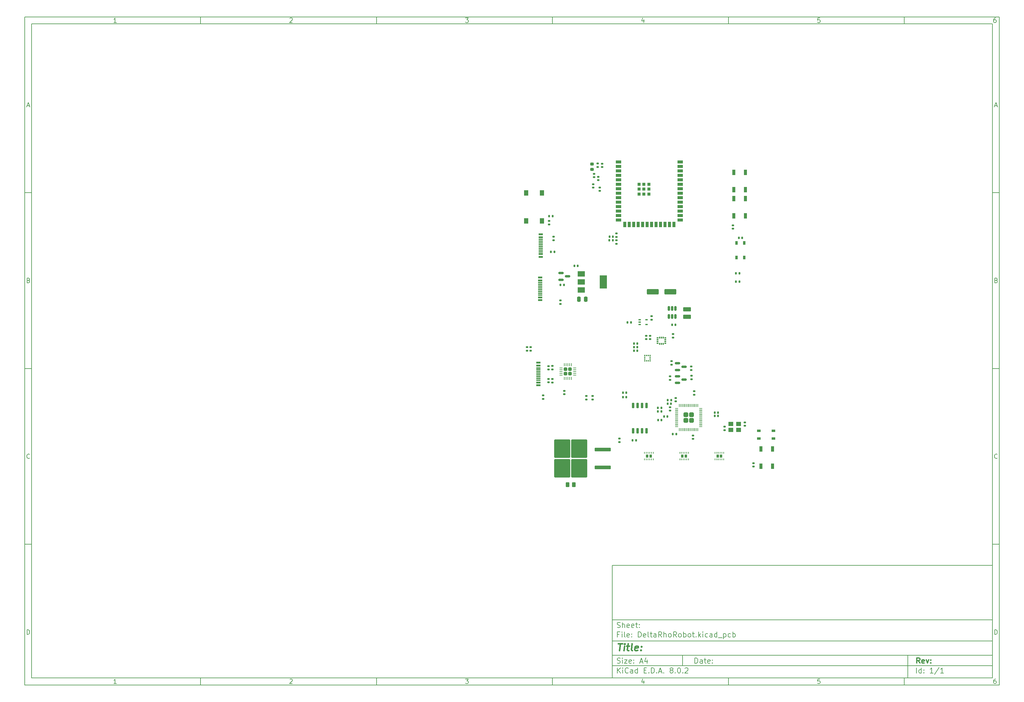
<source format=gbr>
%TF.GenerationSoftware,KiCad,Pcbnew,8.0.2-8.0.2-0~ubuntu22.04.1*%
%TF.CreationDate,2024-05-27T12:26:40-04:00*%
%TF.ProjectId,DeltaRhoRobot,44656c74-6152-4686-9f52-6f626f742e6b,rev?*%
%TF.SameCoordinates,Original*%
%TF.FileFunction,Paste,Top*%
%TF.FilePolarity,Positive*%
%FSLAX46Y46*%
G04 Gerber Fmt 4.6, Leading zero omitted, Abs format (unit mm)*
G04 Created by KiCad (PCBNEW 8.0.2-8.0.2-0~ubuntu22.04.1) date 2024-05-27 12:26:40*
%MOMM*%
%LPD*%
G01*
G04 APERTURE LIST*
G04 Aperture macros list*
%AMRoundRect*
0 Rectangle with rounded corners*
0 $1 Rounding radius*
0 $2 $3 $4 $5 $6 $7 $8 $9 X,Y pos of 4 corners*
0 Add a 4 corners polygon primitive as box body*
4,1,4,$2,$3,$4,$5,$6,$7,$8,$9,$2,$3,0*
0 Add four circle primitives for the rounded corners*
1,1,$1+$1,$2,$3*
1,1,$1+$1,$4,$5*
1,1,$1+$1,$6,$7*
1,1,$1+$1,$8,$9*
0 Add four rect primitives between the rounded corners*
20,1,$1+$1,$2,$3,$4,$5,0*
20,1,$1+$1,$4,$5,$6,$7,0*
20,1,$1+$1,$6,$7,$8,$9,0*
20,1,$1+$1,$8,$9,$2,$3,0*%
G04 Aperture macros list end*
%ADD10C,0.100000*%
%ADD11C,0.150000*%
%ADD12C,0.300000*%
%ADD13C,0.400000*%
%ADD14RoundRect,0.140000X0.140000X0.170000X-0.140000X0.170000X-0.140000X-0.170000X0.140000X-0.170000X0*%
%ADD15RoundRect,0.135000X-0.135000X-0.185000X0.135000X-0.185000X0.135000X0.185000X-0.135000X0.185000X0*%
%ADD16R,0.900000X1.500000*%
%ADD17RoundRect,0.150000X-0.587500X-0.150000X0.587500X-0.150000X0.587500X0.150000X-0.587500X0.150000X0*%
%ADD18RoundRect,0.140000X-0.170000X0.140000X-0.170000X-0.140000X0.170000X-0.140000X0.170000X0.140000X0*%
%ADD19RoundRect,0.140000X0.170000X-0.140000X0.170000X0.140000X-0.170000X0.140000X-0.170000X-0.140000X0*%
%ADD20R,0.800000X0.950000*%
%ADD21R,0.250000X0.500000*%
%ADD22R,1.300000X1.550000*%
%ADD23RoundRect,0.135000X0.185000X-0.135000X0.185000X0.135000X-0.185000X0.135000X-0.185000X-0.135000X0*%
%ADD24R,0.650000X1.050000*%
%ADD25RoundRect,0.140000X-0.140000X-0.170000X0.140000X-0.170000X0.140000X0.170000X-0.140000X0.170000X0*%
%ADD26RoundRect,0.135000X-0.185000X0.135000X-0.185000X-0.135000X0.185000X-0.135000X0.185000X0.135000X0*%
%ADD27RoundRect,0.249999X0.395001X-0.395001X0.395001X0.395001X-0.395001X0.395001X-0.395001X-0.395001X0*%
%ADD28RoundRect,0.050000X0.050000X-0.387500X0.050000X0.387500X-0.050000X0.387500X-0.050000X-0.387500X0*%
%ADD29RoundRect,0.050000X0.387500X-0.050000X0.387500X0.050000X-0.387500X0.050000X-0.387500X-0.050000X0*%
%ADD30RoundRect,0.250000X0.250000X0.475000X-0.250000X0.475000X-0.250000X-0.475000X0.250000X-0.475000X0*%
%ADD31RoundRect,0.250000X2.050000X0.300000X-2.050000X0.300000X-2.050000X-0.300000X2.050000X-0.300000X0*%
%ADD32RoundRect,0.250000X2.025000X2.375000X-2.025000X2.375000X-2.025000X-2.375000X2.025000X-2.375000X0*%
%ADD33R,1.050000X0.650000*%
%ADD34RoundRect,0.150000X0.150000X-0.650000X0.150000X0.650000X-0.150000X0.650000X-0.150000X-0.650000X0*%
%ADD35RoundRect,0.250000X0.850000X-0.375000X0.850000X0.375000X-0.850000X0.375000X-0.850000X-0.375000X0*%
%ADD36R,1.400000X1.200000*%
%ADD37RoundRect,0.135000X0.135000X0.185000X-0.135000X0.185000X-0.135000X-0.185000X0.135000X-0.185000X0*%
%ADD38R,1.500000X0.900000*%
%ADD39R,0.900000X0.900000*%
%ADD40R,2.000000X1.500000*%
%ADD41R,2.000000X3.800000*%
%ADD42RoundRect,0.250000X-0.255000X0.255000X-0.255000X-0.255000X0.255000X-0.255000X0.255000X0.255000X0*%
%ADD43RoundRect,0.062500X-0.062500X0.350000X-0.062500X-0.350000X0.062500X-0.350000X0.062500X0.350000X0*%
%ADD44RoundRect,0.062500X-0.350000X0.062500X-0.350000X-0.062500X0.350000X-0.062500X0.350000X0.062500X0*%
%ADD45RoundRect,0.150000X-0.150000X0.512500X-0.150000X-0.512500X0.150000X-0.512500X0.150000X0.512500X0*%
%ADD46R,0.375000X0.350000*%
%ADD47R,0.350000X0.375000*%
%ADD48R,1.240000X0.600000*%
%ADD49R,1.240000X0.300000*%
%ADD50RoundRect,0.250000X-0.262500X-0.450000X0.262500X-0.450000X0.262500X0.450000X-0.262500X0.450000X0*%
%ADD51R,0.533400X0.304800*%
%ADD52R,0.304800X0.533400*%
%ADD53RoundRect,0.100000X-0.225000X-0.100000X0.225000X-0.100000X0.225000X0.100000X-0.225000X0.100000X0*%
%ADD54RoundRect,0.225000X-0.250000X0.225000X-0.250000X-0.225000X0.250000X-0.225000X0.250000X0.225000X0*%
%ADD55RoundRect,0.250000X1.412500X0.550000X-1.412500X0.550000X-1.412500X-0.550000X1.412500X-0.550000X0*%
G04 APERTURE END LIST*
D10*
D11*
X177002200Y-166007200D02*
X285002200Y-166007200D01*
X285002200Y-198007200D01*
X177002200Y-198007200D01*
X177002200Y-166007200D01*
D10*
D11*
X10000000Y-10000000D02*
X287002200Y-10000000D01*
X287002200Y-200007200D01*
X10000000Y-200007200D01*
X10000000Y-10000000D01*
D10*
D11*
X12000000Y-12000000D02*
X285002200Y-12000000D01*
X285002200Y-198007200D01*
X12000000Y-198007200D01*
X12000000Y-12000000D01*
D10*
D11*
X60000000Y-12000000D02*
X60000000Y-10000000D01*
D10*
D11*
X110000000Y-12000000D02*
X110000000Y-10000000D01*
D10*
D11*
X160000000Y-12000000D02*
X160000000Y-10000000D01*
D10*
D11*
X210000000Y-12000000D02*
X210000000Y-10000000D01*
D10*
D11*
X260000000Y-12000000D02*
X260000000Y-10000000D01*
D10*
D11*
X36089160Y-11593604D02*
X35346303Y-11593604D01*
X35717731Y-11593604D02*
X35717731Y-10293604D01*
X35717731Y-10293604D02*
X35593922Y-10479319D01*
X35593922Y-10479319D02*
X35470112Y-10603128D01*
X35470112Y-10603128D02*
X35346303Y-10665033D01*
D10*
D11*
X85346303Y-10417414D02*
X85408207Y-10355509D01*
X85408207Y-10355509D02*
X85532017Y-10293604D01*
X85532017Y-10293604D02*
X85841541Y-10293604D01*
X85841541Y-10293604D02*
X85965350Y-10355509D01*
X85965350Y-10355509D02*
X86027255Y-10417414D01*
X86027255Y-10417414D02*
X86089160Y-10541223D01*
X86089160Y-10541223D02*
X86089160Y-10665033D01*
X86089160Y-10665033D02*
X86027255Y-10850747D01*
X86027255Y-10850747D02*
X85284398Y-11593604D01*
X85284398Y-11593604D02*
X86089160Y-11593604D01*
D10*
D11*
X135284398Y-10293604D02*
X136089160Y-10293604D01*
X136089160Y-10293604D02*
X135655826Y-10788842D01*
X135655826Y-10788842D02*
X135841541Y-10788842D01*
X135841541Y-10788842D02*
X135965350Y-10850747D01*
X135965350Y-10850747D02*
X136027255Y-10912652D01*
X136027255Y-10912652D02*
X136089160Y-11036461D01*
X136089160Y-11036461D02*
X136089160Y-11345985D01*
X136089160Y-11345985D02*
X136027255Y-11469795D01*
X136027255Y-11469795D02*
X135965350Y-11531700D01*
X135965350Y-11531700D02*
X135841541Y-11593604D01*
X135841541Y-11593604D02*
X135470112Y-11593604D01*
X135470112Y-11593604D02*
X135346303Y-11531700D01*
X135346303Y-11531700D02*
X135284398Y-11469795D01*
D10*
D11*
X185965350Y-10726938D02*
X185965350Y-11593604D01*
X185655826Y-10231700D02*
X185346303Y-11160271D01*
X185346303Y-11160271D02*
X186151064Y-11160271D01*
D10*
D11*
X236027255Y-10293604D02*
X235408207Y-10293604D01*
X235408207Y-10293604D02*
X235346303Y-10912652D01*
X235346303Y-10912652D02*
X235408207Y-10850747D01*
X235408207Y-10850747D02*
X235532017Y-10788842D01*
X235532017Y-10788842D02*
X235841541Y-10788842D01*
X235841541Y-10788842D02*
X235965350Y-10850747D01*
X235965350Y-10850747D02*
X236027255Y-10912652D01*
X236027255Y-10912652D02*
X236089160Y-11036461D01*
X236089160Y-11036461D02*
X236089160Y-11345985D01*
X236089160Y-11345985D02*
X236027255Y-11469795D01*
X236027255Y-11469795D02*
X235965350Y-11531700D01*
X235965350Y-11531700D02*
X235841541Y-11593604D01*
X235841541Y-11593604D02*
X235532017Y-11593604D01*
X235532017Y-11593604D02*
X235408207Y-11531700D01*
X235408207Y-11531700D02*
X235346303Y-11469795D01*
D10*
D11*
X285965350Y-10293604D02*
X285717731Y-10293604D01*
X285717731Y-10293604D02*
X285593922Y-10355509D01*
X285593922Y-10355509D02*
X285532017Y-10417414D01*
X285532017Y-10417414D02*
X285408207Y-10603128D01*
X285408207Y-10603128D02*
X285346303Y-10850747D01*
X285346303Y-10850747D02*
X285346303Y-11345985D01*
X285346303Y-11345985D02*
X285408207Y-11469795D01*
X285408207Y-11469795D02*
X285470112Y-11531700D01*
X285470112Y-11531700D02*
X285593922Y-11593604D01*
X285593922Y-11593604D02*
X285841541Y-11593604D01*
X285841541Y-11593604D02*
X285965350Y-11531700D01*
X285965350Y-11531700D02*
X286027255Y-11469795D01*
X286027255Y-11469795D02*
X286089160Y-11345985D01*
X286089160Y-11345985D02*
X286089160Y-11036461D01*
X286089160Y-11036461D02*
X286027255Y-10912652D01*
X286027255Y-10912652D02*
X285965350Y-10850747D01*
X285965350Y-10850747D02*
X285841541Y-10788842D01*
X285841541Y-10788842D02*
X285593922Y-10788842D01*
X285593922Y-10788842D02*
X285470112Y-10850747D01*
X285470112Y-10850747D02*
X285408207Y-10912652D01*
X285408207Y-10912652D02*
X285346303Y-11036461D01*
D10*
D11*
X60000000Y-198007200D02*
X60000000Y-200007200D01*
D10*
D11*
X110000000Y-198007200D02*
X110000000Y-200007200D01*
D10*
D11*
X160000000Y-198007200D02*
X160000000Y-200007200D01*
D10*
D11*
X210000000Y-198007200D02*
X210000000Y-200007200D01*
D10*
D11*
X260000000Y-198007200D02*
X260000000Y-200007200D01*
D10*
D11*
X36089160Y-199600804D02*
X35346303Y-199600804D01*
X35717731Y-199600804D02*
X35717731Y-198300804D01*
X35717731Y-198300804D02*
X35593922Y-198486519D01*
X35593922Y-198486519D02*
X35470112Y-198610328D01*
X35470112Y-198610328D02*
X35346303Y-198672233D01*
D10*
D11*
X85346303Y-198424614D02*
X85408207Y-198362709D01*
X85408207Y-198362709D02*
X85532017Y-198300804D01*
X85532017Y-198300804D02*
X85841541Y-198300804D01*
X85841541Y-198300804D02*
X85965350Y-198362709D01*
X85965350Y-198362709D02*
X86027255Y-198424614D01*
X86027255Y-198424614D02*
X86089160Y-198548423D01*
X86089160Y-198548423D02*
X86089160Y-198672233D01*
X86089160Y-198672233D02*
X86027255Y-198857947D01*
X86027255Y-198857947D02*
X85284398Y-199600804D01*
X85284398Y-199600804D02*
X86089160Y-199600804D01*
D10*
D11*
X135284398Y-198300804D02*
X136089160Y-198300804D01*
X136089160Y-198300804D02*
X135655826Y-198796042D01*
X135655826Y-198796042D02*
X135841541Y-198796042D01*
X135841541Y-198796042D02*
X135965350Y-198857947D01*
X135965350Y-198857947D02*
X136027255Y-198919852D01*
X136027255Y-198919852D02*
X136089160Y-199043661D01*
X136089160Y-199043661D02*
X136089160Y-199353185D01*
X136089160Y-199353185D02*
X136027255Y-199476995D01*
X136027255Y-199476995D02*
X135965350Y-199538900D01*
X135965350Y-199538900D02*
X135841541Y-199600804D01*
X135841541Y-199600804D02*
X135470112Y-199600804D01*
X135470112Y-199600804D02*
X135346303Y-199538900D01*
X135346303Y-199538900D02*
X135284398Y-199476995D01*
D10*
D11*
X185965350Y-198734138D02*
X185965350Y-199600804D01*
X185655826Y-198238900D02*
X185346303Y-199167471D01*
X185346303Y-199167471D02*
X186151064Y-199167471D01*
D10*
D11*
X236027255Y-198300804D02*
X235408207Y-198300804D01*
X235408207Y-198300804D02*
X235346303Y-198919852D01*
X235346303Y-198919852D02*
X235408207Y-198857947D01*
X235408207Y-198857947D02*
X235532017Y-198796042D01*
X235532017Y-198796042D02*
X235841541Y-198796042D01*
X235841541Y-198796042D02*
X235965350Y-198857947D01*
X235965350Y-198857947D02*
X236027255Y-198919852D01*
X236027255Y-198919852D02*
X236089160Y-199043661D01*
X236089160Y-199043661D02*
X236089160Y-199353185D01*
X236089160Y-199353185D02*
X236027255Y-199476995D01*
X236027255Y-199476995D02*
X235965350Y-199538900D01*
X235965350Y-199538900D02*
X235841541Y-199600804D01*
X235841541Y-199600804D02*
X235532017Y-199600804D01*
X235532017Y-199600804D02*
X235408207Y-199538900D01*
X235408207Y-199538900D02*
X235346303Y-199476995D01*
D10*
D11*
X285965350Y-198300804D02*
X285717731Y-198300804D01*
X285717731Y-198300804D02*
X285593922Y-198362709D01*
X285593922Y-198362709D02*
X285532017Y-198424614D01*
X285532017Y-198424614D02*
X285408207Y-198610328D01*
X285408207Y-198610328D02*
X285346303Y-198857947D01*
X285346303Y-198857947D02*
X285346303Y-199353185D01*
X285346303Y-199353185D02*
X285408207Y-199476995D01*
X285408207Y-199476995D02*
X285470112Y-199538900D01*
X285470112Y-199538900D02*
X285593922Y-199600804D01*
X285593922Y-199600804D02*
X285841541Y-199600804D01*
X285841541Y-199600804D02*
X285965350Y-199538900D01*
X285965350Y-199538900D02*
X286027255Y-199476995D01*
X286027255Y-199476995D02*
X286089160Y-199353185D01*
X286089160Y-199353185D02*
X286089160Y-199043661D01*
X286089160Y-199043661D02*
X286027255Y-198919852D01*
X286027255Y-198919852D02*
X285965350Y-198857947D01*
X285965350Y-198857947D02*
X285841541Y-198796042D01*
X285841541Y-198796042D02*
X285593922Y-198796042D01*
X285593922Y-198796042D02*
X285470112Y-198857947D01*
X285470112Y-198857947D02*
X285408207Y-198919852D01*
X285408207Y-198919852D02*
X285346303Y-199043661D01*
D10*
D11*
X10000000Y-60000000D02*
X12000000Y-60000000D01*
D10*
D11*
X10000000Y-110000000D02*
X12000000Y-110000000D01*
D10*
D11*
X10000000Y-160000000D02*
X12000000Y-160000000D01*
D10*
D11*
X10690476Y-35222176D02*
X11309523Y-35222176D01*
X10566666Y-35593604D02*
X10999999Y-34293604D01*
X10999999Y-34293604D02*
X11433333Y-35593604D01*
D10*
D11*
X11092857Y-84912652D02*
X11278571Y-84974557D01*
X11278571Y-84974557D02*
X11340476Y-85036461D01*
X11340476Y-85036461D02*
X11402380Y-85160271D01*
X11402380Y-85160271D02*
X11402380Y-85345985D01*
X11402380Y-85345985D02*
X11340476Y-85469795D01*
X11340476Y-85469795D02*
X11278571Y-85531700D01*
X11278571Y-85531700D02*
X11154761Y-85593604D01*
X11154761Y-85593604D02*
X10659523Y-85593604D01*
X10659523Y-85593604D02*
X10659523Y-84293604D01*
X10659523Y-84293604D02*
X11092857Y-84293604D01*
X11092857Y-84293604D02*
X11216666Y-84355509D01*
X11216666Y-84355509D02*
X11278571Y-84417414D01*
X11278571Y-84417414D02*
X11340476Y-84541223D01*
X11340476Y-84541223D02*
X11340476Y-84665033D01*
X11340476Y-84665033D02*
X11278571Y-84788842D01*
X11278571Y-84788842D02*
X11216666Y-84850747D01*
X11216666Y-84850747D02*
X11092857Y-84912652D01*
X11092857Y-84912652D02*
X10659523Y-84912652D01*
D10*
D11*
X11402380Y-135469795D02*
X11340476Y-135531700D01*
X11340476Y-135531700D02*
X11154761Y-135593604D01*
X11154761Y-135593604D02*
X11030952Y-135593604D01*
X11030952Y-135593604D02*
X10845238Y-135531700D01*
X10845238Y-135531700D02*
X10721428Y-135407890D01*
X10721428Y-135407890D02*
X10659523Y-135284080D01*
X10659523Y-135284080D02*
X10597619Y-135036461D01*
X10597619Y-135036461D02*
X10597619Y-134850747D01*
X10597619Y-134850747D02*
X10659523Y-134603128D01*
X10659523Y-134603128D02*
X10721428Y-134479319D01*
X10721428Y-134479319D02*
X10845238Y-134355509D01*
X10845238Y-134355509D02*
X11030952Y-134293604D01*
X11030952Y-134293604D02*
X11154761Y-134293604D01*
X11154761Y-134293604D02*
X11340476Y-134355509D01*
X11340476Y-134355509D02*
X11402380Y-134417414D01*
D10*
D11*
X10659523Y-185593604D02*
X10659523Y-184293604D01*
X10659523Y-184293604D02*
X10969047Y-184293604D01*
X10969047Y-184293604D02*
X11154761Y-184355509D01*
X11154761Y-184355509D02*
X11278571Y-184479319D01*
X11278571Y-184479319D02*
X11340476Y-184603128D01*
X11340476Y-184603128D02*
X11402380Y-184850747D01*
X11402380Y-184850747D02*
X11402380Y-185036461D01*
X11402380Y-185036461D02*
X11340476Y-185284080D01*
X11340476Y-185284080D02*
X11278571Y-185407890D01*
X11278571Y-185407890D02*
X11154761Y-185531700D01*
X11154761Y-185531700D02*
X10969047Y-185593604D01*
X10969047Y-185593604D02*
X10659523Y-185593604D01*
D10*
D11*
X287002200Y-60000000D02*
X285002200Y-60000000D01*
D10*
D11*
X287002200Y-110000000D02*
X285002200Y-110000000D01*
D10*
D11*
X287002200Y-160000000D02*
X285002200Y-160000000D01*
D10*
D11*
X285692676Y-35222176D02*
X286311723Y-35222176D01*
X285568866Y-35593604D02*
X286002199Y-34293604D01*
X286002199Y-34293604D02*
X286435533Y-35593604D01*
D10*
D11*
X286095057Y-84912652D02*
X286280771Y-84974557D01*
X286280771Y-84974557D02*
X286342676Y-85036461D01*
X286342676Y-85036461D02*
X286404580Y-85160271D01*
X286404580Y-85160271D02*
X286404580Y-85345985D01*
X286404580Y-85345985D02*
X286342676Y-85469795D01*
X286342676Y-85469795D02*
X286280771Y-85531700D01*
X286280771Y-85531700D02*
X286156961Y-85593604D01*
X286156961Y-85593604D02*
X285661723Y-85593604D01*
X285661723Y-85593604D02*
X285661723Y-84293604D01*
X285661723Y-84293604D02*
X286095057Y-84293604D01*
X286095057Y-84293604D02*
X286218866Y-84355509D01*
X286218866Y-84355509D02*
X286280771Y-84417414D01*
X286280771Y-84417414D02*
X286342676Y-84541223D01*
X286342676Y-84541223D02*
X286342676Y-84665033D01*
X286342676Y-84665033D02*
X286280771Y-84788842D01*
X286280771Y-84788842D02*
X286218866Y-84850747D01*
X286218866Y-84850747D02*
X286095057Y-84912652D01*
X286095057Y-84912652D02*
X285661723Y-84912652D01*
D10*
D11*
X286404580Y-135469795D02*
X286342676Y-135531700D01*
X286342676Y-135531700D02*
X286156961Y-135593604D01*
X286156961Y-135593604D02*
X286033152Y-135593604D01*
X286033152Y-135593604D02*
X285847438Y-135531700D01*
X285847438Y-135531700D02*
X285723628Y-135407890D01*
X285723628Y-135407890D02*
X285661723Y-135284080D01*
X285661723Y-135284080D02*
X285599819Y-135036461D01*
X285599819Y-135036461D02*
X285599819Y-134850747D01*
X285599819Y-134850747D02*
X285661723Y-134603128D01*
X285661723Y-134603128D02*
X285723628Y-134479319D01*
X285723628Y-134479319D02*
X285847438Y-134355509D01*
X285847438Y-134355509D02*
X286033152Y-134293604D01*
X286033152Y-134293604D02*
X286156961Y-134293604D01*
X286156961Y-134293604D02*
X286342676Y-134355509D01*
X286342676Y-134355509D02*
X286404580Y-134417414D01*
D10*
D11*
X285661723Y-185593604D02*
X285661723Y-184293604D01*
X285661723Y-184293604D02*
X285971247Y-184293604D01*
X285971247Y-184293604D02*
X286156961Y-184355509D01*
X286156961Y-184355509D02*
X286280771Y-184479319D01*
X286280771Y-184479319D02*
X286342676Y-184603128D01*
X286342676Y-184603128D02*
X286404580Y-184850747D01*
X286404580Y-184850747D02*
X286404580Y-185036461D01*
X286404580Y-185036461D02*
X286342676Y-185284080D01*
X286342676Y-185284080D02*
X286280771Y-185407890D01*
X286280771Y-185407890D02*
X286156961Y-185531700D01*
X286156961Y-185531700D02*
X285971247Y-185593604D01*
X285971247Y-185593604D02*
X285661723Y-185593604D01*
D10*
D11*
X200458026Y-193793328D02*
X200458026Y-192293328D01*
X200458026Y-192293328D02*
X200815169Y-192293328D01*
X200815169Y-192293328D02*
X201029455Y-192364757D01*
X201029455Y-192364757D02*
X201172312Y-192507614D01*
X201172312Y-192507614D02*
X201243741Y-192650471D01*
X201243741Y-192650471D02*
X201315169Y-192936185D01*
X201315169Y-192936185D02*
X201315169Y-193150471D01*
X201315169Y-193150471D02*
X201243741Y-193436185D01*
X201243741Y-193436185D02*
X201172312Y-193579042D01*
X201172312Y-193579042D02*
X201029455Y-193721900D01*
X201029455Y-193721900D02*
X200815169Y-193793328D01*
X200815169Y-193793328D02*
X200458026Y-193793328D01*
X202600884Y-193793328D02*
X202600884Y-193007614D01*
X202600884Y-193007614D02*
X202529455Y-192864757D01*
X202529455Y-192864757D02*
X202386598Y-192793328D01*
X202386598Y-192793328D02*
X202100884Y-192793328D01*
X202100884Y-192793328D02*
X201958026Y-192864757D01*
X202600884Y-193721900D02*
X202458026Y-193793328D01*
X202458026Y-193793328D02*
X202100884Y-193793328D01*
X202100884Y-193793328D02*
X201958026Y-193721900D01*
X201958026Y-193721900D02*
X201886598Y-193579042D01*
X201886598Y-193579042D02*
X201886598Y-193436185D01*
X201886598Y-193436185D02*
X201958026Y-193293328D01*
X201958026Y-193293328D02*
X202100884Y-193221900D01*
X202100884Y-193221900D02*
X202458026Y-193221900D01*
X202458026Y-193221900D02*
X202600884Y-193150471D01*
X203100884Y-192793328D02*
X203672312Y-192793328D01*
X203315169Y-192293328D02*
X203315169Y-193579042D01*
X203315169Y-193579042D02*
X203386598Y-193721900D01*
X203386598Y-193721900D02*
X203529455Y-193793328D01*
X203529455Y-193793328D02*
X203672312Y-193793328D01*
X204743741Y-193721900D02*
X204600884Y-193793328D01*
X204600884Y-193793328D02*
X204315170Y-193793328D01*
X204315170Y-193793328D02*
X204172312Y-193721900D01*
X204172312Y-193721900D02*
X204100884Y-193579042D01*
X204100884Y-193579042D02*
X204100884Y-193007614D01*
X204100884Y-193007614D02*
X204172312Y-192864757D01*
X204172312Y-192864757D02*
X204315170Y-192793328D01*
X204315170Y-192793328D02*
X204600884Y-192793328D01*
X204600884Y-192793328D02*
X204743741Y-192864757D01*
X204743741Y-192864757D02*
X204815170Y-193007614D01*
X204815170Y-193007614D02*
X204815170Y-193150471D01*
X204815170Y-193150471D02*
X204100884Y-193293328D01*
X205458026Y-193650471D02*
X205529455Y-193721900D01*
X205529455Y-193721900D02*
X205458026Y-193793328D01*
X205458026Y-193793328D02*
X205386598Y-193721900D01*
X205386598Y-193721900D02*
X205458026Y-193650471D01*
X205458026Y-193650471D02*
X205458026Y-193793328D01*
X205458026Y-192864757D02*
X205529455Y-192936185D01*
X205529455Y-192936185D02*
X205458026Y-193007614D01*
X205458026Y-193007614D02*
X205386598Y-192936185D01*
X205386598Y-192936185D02*
X205458026Y-192864757D01*
X205458026Y-192864757D02*
X205458026Y-193007614D01*
D10*
D11*
X177002200Y-194507200D02*
X285002200Y-194507200D01*
D10*
D11*
X178458026Y-196593328D02*
X178458026Y-195093328D01*
X179315169Y-196593328D02*
X178672312Y-195736185D01*
X179315169Y-195093328D02*
X178458026Y-195950471D01*
X179958026Y-196593328D02*
X179958026Y-195593328D01*
X179958026Y-195093328D02*
X179886598Y-195164757D01*
X179886598Y-195164757D02*
X179958026Y-195236185D01*
X179958026Y-195236185D02*
X180029455Y-195164757D01*
X180029455Y-195164757D02*
X179958026Y-195093328D01*
X179958026Y-195093328D02*
X179958026Y-195236185D01*
X181529455Y-196450471D02*
X181458027Y-196521900D01*
X181458027Y-196521900D02*
X181243741Y-196593328D01*
X181243741Y-196593328D02*
X181100884Y-196593328D01*
X181100884Y-196593328D02*
X180886598Y-196521900D01*
X180886598Y-196521900D02*
X180743741Y-196379042D01*
X180743741Y-196379042D02*
X180672312Y-196236185D01*
X180672312Y-196236185D02*
X180600884Y-195950471D01*
X180600884Y-195950471D02*
X180600884Y-195736185D01*
X180600884Y-195736185D02*
X180672312Y-195450471D01*
X180672312Y-195450471D02*
X180743741Y-195307614D01*
X180743741Y-195307614D02*
X180886598Y-195164757D01*
X180886598Y-195164757D02*
X181100884Y-195093328D01*
X181100884Y-195093328D02*
X181243741Y-195093328D01*
X181243741Y-195093328D02*
X181458027Y-195164757D01*
X181458027Y-195164757D02*
X181529455Y-195236185D01*
X182815170Y-196593328D02*
X182815170Y-195807614D01*
X182815170Y-195807614D02*
X182743741Y-195664757D01*
X182743741Y-195664757D02*
X182600884Y-195593328D01*
X182600884Y-195593328D02*
X182315170Y-195593328D01*
X182315170Y-195593328D02*
X182172312Y-195664757D01*
X182815170Y-196521900D02*
X182672312Y-196593328D01*
X182672312Y-196593328D02*
X182315170Y-196593328D01*
X182315170Y-196593328D02*
X182172312Y-196521900D01*
X182172312Y-196521900D02*
X182100884Y-196379042D01*
X182100884Y-196379042D02*
X182100884Y-196236185D01*
X182100884Y-196236185D02*
X182172312Y-196093328D01*
X182172312Y-196093328D02*
X182315170Y-196021900D01*
X182315170Y-196021900D02*
X182672312Y-196021900D01*
X182672312Y-196021900D02*
X182815170Y-195950471D01*
X184172313Y-196593328D02*
X184172313Y-195093328D01*
X184172313Y-196521900D02*
X184029455Y-196593328D01*
X184029455Y-196593328D02*
X183743741Y-196593328D01*
X183743741Y-196593328D02*
X183600884Y-196521900D01*
X183600884Y-196521900D02*
X183529455Y-196450471D01*
X183529455Y-196450471D02*
X183458027Y-196307614D01*
X183458027Y-196307614D02*
X183458027Y-195879042D01*
X183458027Y-195879042D02*
X183529455Y-195736185D01*
X183529455Y-195736185D02*
X183600884Y-195664757D01*
X183600884Y-195664757D02*
X183743741Y-195593328D01*
X183743741Y-195593328D02*
X184029455Y-195593328D01*
X184029455Y-195593328D02*
X184172313Y-195664757D01*
X186029455Y-195807614D02*
X186529455Y-195807614D01*
X186743741Y-196593328D02*
X186029455Y-196593328D01*
X186029455Y-196593328D02*
X186029455Y-195093328D01*
X186029455Y-195093328D02*
X186743741Y-195093328D01*
X187386598Y-196450471D02*
X187458027Y-196521900D01*
X187458027Y-196521900D02*
X187386598Y-196593328D01*
X187386598Y-196593328D02*
X187315170Y-196521900D01*
X187315170Y-196521900D02*
X187386598Y-196450471D01*
X187386598Y-196450471D02*
X187386598Y-196593328D01*
X188100884Y-196593328D02*
X188100884Y-195093328D01*
X188100884Y-195093328D02*
X188458027Y-195093328D01*
X188458027Y-195093328D02*
X188672313Y-195164757D01*
X188672313Y-195164757D02*
X188815170Y-195307614D01*
X188815170Y-195307614D02*
X188886599Y-195450471D01*
X188886599Y-195450471D02*
X188958027Y-195736185D01*
X188958027Y-195736185D02*
X188958027Y-195950471D01*
X188958027Y-195950471D02*
X188886599Y-196236185D01*
X188886599Y-196236185D02*
X188815170Y-196379042D01*
X188815170Y-196379042D02*
X188672313Y-196521900D01*
X188672313Y-196521900D02*
X188458027Y-196593328D01*
X188458027Y-196593328D02*
X188100884Y-196593328D01*
X189600884Y-196450471D02*
X189672313Y-196521900D01*
X189672313Y-196521900D02*
X189600884Y-196593328D01*
X189600884Y-196593328D02*
X189529456Y-196521900D01*
X189529456Y-196521900D02*
X189600884Y-196450471D01*
X189600884Y-196450471D02*
X189600884Y-196593328D01*
X190243742Y-196164757D02*
X190958028Y-196164757D01*
X190100885Y-196593328D02*
X190600885Y-195093328D01*
X190600885Y-195093328D02*
X191100885Y-196593328D01*
X191600884Y-196450471D02*
X191672313Y-196521900D01*
X191672313Y-196521900D02*
X191600884Y-196593328D01*
X191600884Y-196593328D02*
X191529456Y-196521900D01*
X191529456Y-196521900D02*
X191600884Y-196450471D01*
X191600884Y-196450471D02*
X191600884Y-196593328D01*
X193672313Y-195736185D02*
X193529456Y-195664757D01*
X193529456Y-195664757D02*
X193458027Y-195593328D01*
X193458027Y-195593328D02*
X193386599Y-195450471D01*
X193386599Y-195450471D02*
X193386599Y-195379042D01*
X193386599Y-195379042D02*
X193458027Y-195236185D01*
X193458027Y-195236185D02*
X193529456Y-195164757D01*
X193529456Y-195164757D02*
X193672313Y-195093328D01*
X193672313Y-195093328D02*
X193958027Y-195093328D01*
X193958027Y-195093328D02*
X194100885Y-195164757D01*
X194100885Y-195164757D02*
X194172313Y-195236185D01*
X194172313Y-195236185D02*
X194243742Y-195379042D01*
X194243742Y-195379042D02*
X194243742Y-195450471D01*
X194243742Y-195450471D02*
X194172313Y-195593328D01*
X194172313Y-195593328D02*
X194100885Y-195664757D01*
X194100885Y-195664757D02*
X193958027Y-195736185D01*
X193958027Y-195736185D02*
X193672313Y-195736185D01*
X193672313Y-195736185D02*
X193529456Y-195807614D01*
X193529456Y-195807614D02*
X193458027Y-195879042D01*
X193458027Y-195879042D02*
X193386599Y-196021900D01*
X193386599Y-196021900D02*
X193386599Y-196307614D01*
X193386599Y-196307614D02*
X193458027Y-196450471D01*
X193458027Y-196450471D02*
X193529456Y-196521900D01*
X193529456Y-196521900D02*
X193672313Y-196593328D01*
X193672313Y-196593328D02*
X193958027Y-196593328D01*
X193958027Y-196593328D02*
X194100885Y-196521900D01*
X194100885Y-196521900D02*
X194172313Y-196450471D01*
X194172313Y-196450471D02*
X194243742Y-196307614D01*
X194243742Y-196307614D02*
X194243742Y-196021900D01*
X194243742Y-196021900D02*
X194172313Y-195879042D01*
X194172313Y-195879042D02*
X194100885Y-195807614D01*
X194100885Y-195807614D02*
X193958027Y-195736185D01*
X194886598Y-196450471D02*
X194958027Y-196521900D01*
X194958027Y-196521900D02*
X194886598Y-196593328D01*
X194886598Y-196593328D02*
X194815170Y-196521900D01*
X194815170Y-196521900D02*
X194886598Y-196450471D01*
X194886598Y-196450471D02*
X194886598Y-196593328D01*
X195886599Y-195093328D02*
X196029456Y-195093328D01*
X196029456Y-195093328D02*
X196172313Y-195164757D01*
X196172313Y-195164757D02*
X196243742Y-195236185D01*
X196243742Y-195236185D02*
X196315170Y-195379042D01*
X196315170Y-195379042D02*
X196386599Y-195664757D01*
X196386599Y-195664757D02*
X196386599Y-196021900D01*
X196386599Y-196021900D02*
X196315170Y-196307614D01*
X196315170Y-196307614D02*
X196243742Y-196450471D01*
X196243742Y-196450471D02*
X196172313Y-196521900D01*
X196172313Y-196521900D02*
X196029456Y-196593328D01*
X196029456Y-196593328D02*
X195886599Y-196593328D01*
X195886599Y-196593328D02*
X195743742Y-196521900D01*
X195743742Y-196521900D02*
X195672313Y-196450471D01*
X195672313Y-196450471D02*
X195600884Y-196307614D01*
X195600884Y-196307614D02*
X195529456Y-196021900D01*
X195529456Y-196021900D02*
X195529456Y-195664757D01*
X195529456Y-195664757D02*
X195600884Y-195379042D01*
X195600884Y-195379042D02*
X195672313Y-195236185D01*
X195672313Y-195236185D02*
X195743742Y-195164757D01*
X195743742Y-195164757D02*
X195886599Y-195093328D01*
X197029455Y-196450471D02*
X197100884Y-196521900D01*
X197100884Y-196521900D02*
X197029455Y-196593328D01*
X197029455Y-196593328D02*
X196958027Y-196521900D01*
X196958027Y-196521900D02*
X197029455Y-196450471D01*
X197029455Y-196450471D02*
X197029455Y-196593328D01*
X197672313Y-195236185D02*
X197743741Y-195164757D01*
X197743741Y-195164757D02*
X197886599Y-195093328D01*
X197886599Y-195093328D02*
X198243741Y-195093328D01*
X198243741Y-195093328D02*
X198386599Y-195164757D01*
X198386599Y-195164757D02*
X198458027Y-195236185D01*
X198458027Y-195236185D02*
X198529456Y-195379042D01*
X198529456Y-195379042D02*
X198529456Y-195521900D01*
X198529456Y-195521900D02*
X198458027Y-195736185D01*
X198458027Y-195736185D02*
X197600884Y-196593328D01*
X197600884Y-196593328D02*
X198529456Y-196593328D01*
D10*
D11*
X177002200Y-191507200D02*
X285002200Y-191507200D01*
D10*
D12*
X264413853Y-193785528D02*
X263913853Y-193071242D01*
X263556710Y-193785528D02*
X263556710Y-192285528D01*
X263556710Y-192285528D02*
X264128139Y-192285528D01*
X264128139Y-192285528D02*
X264270996Y-192356957D01*
X264270996Y-192356957D02*
X264342425Y-192428385D01*
X264342425Y-192428385D02*
X264413853Y-192571242D01*
X264413853Y-192571242D02*
X264413853Y-192785528D01*
X264413853Y-192785528D02*
X264342425Y-192928385D01*
X264342425Y-192928385D02*
X264270996Y-192999814D01*
X264270996Y-192999814D02*
X264128139Y-193071242D01*
X264128139Y-193071242D02*
X263556710Y-193071242D01*
X265628139Y-193714100D02*
X265485282Y-193785528D01*
X265485282Y-193785528D02*
X265199568Y-193785528D01*
X265199568Y-193785528D02*
X265056710Y-193714100D01*
X265056710Y-193714100D02*
X264985282Y-193571242D01*
X264985282Y-193571242D02*
X264985282Y-192999814D01*
X264985282Y-192999814D02*
X265056710Y-192856957D01*
X265056710Y-192856957D02*
X265199568Y-192785528D01*
X265199568Y-192785528D02*
X265485282Y-192785528D01*
X265485282Y-192785528D02*
X265628139Y-192856957D01*
X265628139Y-192856957D02*
X265699568Y-192999814D01*
X265699568Y-192999814D02*
X265699568Y-193142671D01*
X265699568Y-193142671D02*
X264985282Y-193285528D01*
X266199567Y-192785528D02*
X266556710Y-193785528D01*
X266556710Y-193785528D02*
X266913853Y-192785528D01*
X267485281Y-193642671D02*
X267556710Y-193714100D01*
X267556710Y-193714100D02*
X267485281Y-193785528D01*
X267485281Y-193785528D02*
X267413853Y-193714100D01*
X267413853Y-193714100D02*
X267485281Y-193642671D01*
X267485281Y-193642671D02*
X267485281Y-193785528D01*
X267485281Y-192856957D02*
X267556710Y-192928385D01*
X267556710Y-192928385D02*
X267485281Y-192999814D01*
X267485281Y-192999814D02*
X267413853Y-192928385D01*
X267413853Y-192928385D02*
X267485281Y-192856957D01*
X267485281Y-192856957D02*
X267485281Y-192999814D01*
D10*
D11*
X178386598Y-193721900D02*
X178600884Y-193793328D01*
X178600884Y-193793328D02*
X178958026Y-193793328D01*
X178958026Y-193793328D02*
X179100884Y-193721900D01*
X179100884Y-193721900D02*
X179172312Y-193650471D01*
X179172312Y-193650471D02*
X179243741Y-193507614D01*
X179243741Y-193507614D02*
X179243741Y-193364757D01*
X179243741Y-193364757D02*
X179172312Y-193221900D01*
X179172312Y-193221900D02*
X179100884Y-193150471D01*
X179100884Y-193150471D02*
X178958026Y-193079042D01*
X178958026Y-193079042D02*
X178672312Y-193007614D01*
X178672312Y-193007614D02*
X178529455Y-192936185D01*
X178529455Y-192936185D02*
X178458026Y-192864757D01*
X178458026Y-192864757D02*
X178386598Y-192721900D01*
X178386598Y-192721900D02*
X178386598Y-192579042D01*
X178386598Y-192579042D02*
X178458026Y-192436185D01*
X178458026Y-192436185D02*
X178529455Y-192364757D01*
X178529455Y-192364757D02*
X178672312Y-192293328D01*
X178672312Y-192293328D02*
X179029455Y-192293328D01*
X179029455Y-192293328D02*
X179243741Y-192364757D01*
X179886597Y-193793328D02*
X179886597Y-192793328D01*
X179886597Y-192293328D02*
X179815169Y-192364757D01*
X179815169Y-192364757D02*
X179886597Y-192436185D01*
X179886597Y-192436185D02*
X179958026Y-192364757D01*
X179958026Y-192364757D02*
X179886597Y-192293328D01*
X179886597Y-192293328D02*
X179886597Y-192436185D01*
X180458026Y-192793328D02*
X181243741Y-192793328D01*
X181243741Y-192793328D02*
X180458026Y-193793328D01*
X180458026Y-193793328D02*
X181243741Y-193793328D01*
X182386598Y-193721900D02*
X182243741Y-193793328D01*
X182243741Y-193793328D02*
X181958027Y-193793328D01*
X181958027Y-193793328D02*
X181815169Y-193721900D01*
X181815169Y-193721900D02*
X181743741Y-193579042D01*
X181743741Y-193579042D02*
X181743741Y-193007614D01*
X181743741Y-193007614D02*
X181815169Y-192864757D01*
X181815169Y-192864757D02*
X181958027Y-192793328D01*
X181958027Y-192793328D02*
X182243741Y-192793328D01*
X182243741Y-192793328D02*
X182386598Y-192864757D01*
X182386598Y-192864757D02*
X182458027Y-193007614D01*
X182458027Y-193007614D02*
X182458027Y-193150471D01*
X182458027Y-193150471D02*
X181743741Y-193293328D01*
X183100883Y-193650471D02*
X183172312Y-193721900D01*
X183172312Y-193721900D02*
X183100883Y-193793328D01*
X183100883Y-193793328D02*
X183029455Y-193721900D01*
X183029455Y-193721900D02*
X183100883Y-193650471D01*
X183100883Y-193650471D02*
X183100883Y-193793328D01*
X183100883Y-192864757D02*
X183172312Y-192936185D01*
X183172312Y-192936185D02*
X183100883Y-193007614D01*
X183100883Y-193007614D02*
X183029455Y-192936185D01*
X183029455Y-192936185D02*
X183100883Y-192864757D01*
X183100883Y-192864757D02*
X183100883Y-193007614D01*
X184886598Y-193364757D02*
X185600884Y-193364757D01*
X184743741Y-193793328D02*
X185243741Y-192293328D01*
X185243741Y-192293328D02*
X185743741Y-193793328D01*
X186886598Y-192793328D02*
X186886598Y-193793328D01*
X186529455Y-192221900D02*
X186172312Y-193293328D01*
X186172312Y-193293328D02*
X187100883Y-193293328D01*
D10*
D11*
X263458026Y-196593328D02*
X263458026Y-195093328D01*
X264815170Y-196593328D02*
X264815170Y-195093328D01*
X264815170Y-196521900D02*
X264672312Y-196593328D01*
X264672312Y-196593328D02*
X264386598Y-196593328D01*
X264386598Y-196593328D02*
X264243741Y-196521900D01*
X264243741Y-196521900D02*
X264172312Y-196450471D01*
X264172312Y-196450471D02*
X264100884Y-196307614D01*
X264100884Y-196307614D02*
X264100884Y-195879042D01*
X264100884Y-195879042D02*
X264172312Y-195736185D01*
X264172312Y-195736185D02*
X264243741Y-195664757D01*
X264243741Y-195664757D02*
X264386598Y-195593328D01*
X264386598Y-195593328D02*
X264672312Y-195593328D01*
X264672312Y-195593328D02*
X264815170Y-195664757D01*
X265529455Y-196450471D02*
X265600884Y-196521900D01*
X265600884Y-196521900D02*
X265529455Y-196593328D01*
X265529455Y-196593328D02*
X265458027Y-196521900D01*
X265458027Y-196521900D02*
X265529455Y-196450471D01*
X265529455Y-196450471D02*
X265529455Y-196593328D01*
X265529455Y-195664757D02*
X265600884Y-195736185D01*
X265600884Y-195736185D02*
X265529455Y-195807614D01*
X265529455Y-195807614D02*
X265458027Y-195736185D01*
X265458027Y-195736185D02*
X265529455Y-195664757D01*
X265529455Y-195664757D02*
X265529455Y-195807614D01*
X268172313Y-196593328D02*
X267315170Y-196593328D01*
X267743741Y-196593328D02*
X267743741Y-195093328D01*
X267743741Y-195093328D02*
X267600884Y-195307614D01*
X267600884Y-195307614D02*
X267458027Y-195450471D01*
X267458027Y-195450471D02*
X267315170Y-195521900D01*
X269886598Y-195021900D02*
X268600884Y-196950471D01*
X271172313Y-196593328D02*
X270315170Y-196593328D01*
X270743741Y-196593328D02*
X270743741Y-195093328D01*
X270743741Y-195093328D02*
X270600884Y-195307614D01*
X270600884Y-195307614D02*
X270458027Y-195450471D01*
X270458027Y-195450471D02*
X270315170Y-195521900D01*
D10*
D11*
X177002200Y-187507200D02*
X285002200Y-187507200D01*
D10*
D13*
X178693928Y-188211638D02*
X179836785Y-188211638D01*
X179015357Y-190211638D02*
X179265357Y-188211638D01*
X180253452Y-190211638D02*
X180420119Y-188878304D01*
X180503452Y-188211638D02*
X180396309Y-188306876D01*
X180396309Y-188306876D02*
X180479643Y-188402114D01*
X180479643Y-188402114D02*
X180586786Y-188306876D01*
X180586786Y-188306876D02*
X180503452Y-188211638D01*
X180503452Y-188211638D02*
X180479643Y-188402114D01*
X181086786Y-188878304D02*
X181848690Y-188878304D01*
X181455833Y-188211638D02*
X181241548Y-189925923D01*
X181241548Y-189925923D02*
X181312976Y-190116400D01*
X181312976Y-190116400D02*
X181491548Y-190211638D01*
X181491548Y-190211638D02*
X181682024Y-190211638D01*
X182634405Y-190211638D02*
X182455833Y-190116400D01*
X182455833Y-190116400D02*
X182384405Y-189925923D01*
X182384405Y-189925923D02*
X182598690Y-188211638D01*
X184170119Y-190116400D02*
X183967738Y-190211638D01*
X183967738Y-190211638D02*
X183586785Y-190211638D01*
X183586785Y-190211638D02*
X183408214Y-190116400D01*
X183408214Y-190116400D02*
X183336785Y-189925923D01*
X183336785Y-189925923D02*
X183432024Y-189164019D01*
X183432024Y-189164019D02*
X183551071Y-188973542D01*
X183551071Y-188973542D02*
X183753452Y-188878304D01*
X183753452Y-188878304D02*
X184134404Y-188878304D01*
X184134404Y-188878304D02*
X184312976Y-188973542D01*
X184312976Y-188973542D02*
X184384404Y-189164019D01*
X184384404Y-189164019D02*
X184360595Y-189354495D01*
X184360595Y-189354495D02*
X183384404Y-189544971D01*
X185134405Y-190021161D02*
X185217738Y-190116400D01*
X185217738Y-190116400D02*
X185110595Y-190211638D01*
X185110595Y-190211638D02*
X185027262Y-190116400D01*
X185027262Y-190116400D02*
X185134405Y-190021161D01*
X185134405Y-190021161D02*
X185110595Y-190211638D01*
X185265357Y-188973542D02*
X185348690Y-189068780D01*
X185348690Y-189068780D02*
X185241548Y-189164019D01*
X185241548Y-189164019D02*
X185158214Y-189068780D01*
X185158214Y-189068780D02*
X185265357Y-188973542D01*
X185265357Y-188973542D02*
X185241548Y-189164019D01*
D10*
D11*
X178958026Y-185607614D02*
X178458026Y-185607614D01*
X178458026Y-186393328D02*
X178458026Y-184893328D01*
X178458026Y-184893328D02*
X179172312Y-184893328D01*
X179743740Y-186393328D02*
X179743740Y-185393328D01*
X179743740Y-184893328D02*
X179672312Y-184964757D01*
X179672312Y-184964757D02*
X179743740Y-185036185D01*
X179743740Y-185036185D02*
X179815169Y-184964757D01*
X179815169Y-184964757D02*
X179743740Y-184893328D01*
X179743740Y-184893328D02*
X179743740Y-185036185D01*
X180672312Y-186393328D02*
X180529455Y-186321900D01*
X180529455Y-186321900D02*
X180458026Y-186179042D01*
X180458026Y-186179042D02*
X180458026Y-184893328D01*
X181815169Y-186321900D02*
X181672312Y-186393328D01*
X181672312Y-186393328D02*
X181386598Y-186393328D01*
X181386598Y-186393328D02*
X181243740Y-186321900D01*
X181243740Y-186321900D02*
X181172312Y-186179042D01*
X181172312Y-186179042D02*
X181172312Y-185607614D01*
X181172312Y-185607614D02*
X181243740Y-185464757D01*
X181243740Y-185464757D02*
X181386598Y-185393328D01*
X181386598Y-185393328D02*
X181672312Y-185393328D01*
X181672312Y-185393328D02*
X181815169Y-185464757D01*
X181815169Y-185464757D02*
X181886598Y-185607614D01*
X181886598Y-185607614D02*
X181886598Y-185750471D01*
X181886598Y-185750471D02*
X181172312Y-185893328D01*
X182529454Y-186250471D02*
X182600883Y-186321900D01*
X182600883Y-186321900D02*
X182529454Y-186393328D01*
X182529454Y-186393328D02*
X182458026Y-186321900D01*
X182458026Y-186321900D02*
X182529454Y-186250471D01*
X182529454Y-186250471D02*
X182529454Y-186393328D01*
X182529454Y-185464757D02*
X182600883Y-185536185D01*
X182600883Y-185536185D02*
X182529454Y-185607614D01*
X182529454Y-185607614D02*
X182458026Y-185536185D01*
X182458026Y-185536185D02*
X182529454Y-185464757D01*
X182529454Y-185464757D02*
X182529454Y-185607614D01*
X184386597Y-186393328D02*
X184386597Y-184893328D01*
X184386597Y-184893328D02*
X184743740Y-184893328D01*
X184743740Y-184893328D02*
X184958026Y-184964757D01*
X184958026Y-184964757D02*
X185100883Y-185107614D01*
X185100883Y-185107614D02*
X185172312Y-185250471D01*
X185172312Y-185250471D02*
X185243740Y-185536185D01*
X185243740Y-185536185D02*
X185243740Y-185750471D01*
X185243740Y-185750471D02*
X185172312Y-186036185D01*
X185172312Y-186036185D02*
X185100883Y-186179042D01*
X185100883Y-186179042D02*
X184958026Y-186321900D01*
X184958026Y-186321900D02*
X184743740Y-186393328D01*
X184743740Y-186393328D02*
X184386597Y-186393328D01*
X186458026Y-186321900D02*
X186315169Y-186393328D01*
X186315169Y-186393328D02*
X186029455Y-186393328D01*
X186029455Y-186393328D02*
X185886597Y-186321900D01*
X185886597Y-186321900D02*
X185815169Y-186179042D01*
X185815169Y-186179042D02*
X185815169Y-185607614D01*
X185815169Y-185607614D02*
X185886597Y-185464757D01*
X185886597Y-185464757D02*
X186029455Y-185393328D01*
X186029455Y-185393328D02*
X186315169Y-185393328D01*
X186315169Y-185393328D02*
X186458026Y-185464757D01*
X186458026Y-185464757D02*
X186529455Y-185607614D01*
X186529455Y-185607614D02*
X186529455Y-185750471D01*
X186529455Y-185750471D02*
X185815169Y-185893328D01*
X187386597Y-186393328D02*
X187243740Y-186321900D01*
X187243740Y-186321900D02*
X187172311Y-186179042D01*
X187172311Y-186179042D02*
X187172311Y-184893328D01*
X187743740Y-185393328D02*
X188315168Y-185393328D01*
X187958025Y-184893328D02*
X187958025Y-186179042D01*
X187958025Y-186179042D02*
X188029454Y-186321900D01*
X188029454Y-186321900D02*
X188172311Y-186393328D01*
X188172311Y-186393328D02*
X188315168Y-186393328D01*
X189458026Y-186393328D02*
X189458026Y-185607614D01*
X189458026Y-185607614D02*
X189386597Y-185464757D01*
X189386597Y-185464757D02*
X189243740Y-185393328D01*
X189243740Y-185393328D02*
X188958026Y-185393328D01*
X188958026Y-185393328D02*
X188815168Y-185464757D01*
X189458026Y-186321900D02*
X189315168Y-186393328D01*
X189315168Y-186393328D02*
X188958026Y-186393328D01*
X188958026Y-186393328D02*
X188815168Y-186321900D01*
X188815168Y-186321900D02*
X188743740Y-186179042D01*
X188743740Y-186179042D02*
X188743740Y-186036185D01*
X188743740Y-186036185D02*
X188815168Y-185893328D01*
X188815168Y-185893328D02*
X188958026Y-185821900D01*
X188958026Y-185821900D02*
X189315168Y-185821900D01*
X189315168Y-185821900D02*
X189458026Y-185750471D01*
X191029454Y-186393328D02*
X190529454Y-185679042D01*
X190172311Y-186393328D02*
X190172311Y-184893328D01*
X190172311Y-184893328D02*
X190743740Y-184893328D01*
X190743740Y-184893328D02*
X190886597Y-184964757D01*
X190886597Y-184964757D02*
X190958026Y-185036185D01*
X190958026Y-185036185D02*
X191029454Y-185179042D01*
X191029454Y-185179042D02*
X191029454Y-185393328D01*
X191029454Y-185393328D02*
X190958026Y-185536185D01*
X190958026Y-185536185D02*
X190886597Y-185607614D01*
X190886597Y-185607614D02*
X190743740Y-185679042D01*
X190743740Y-185679042D02*
X190172311Y-185679042D01*
X191672311Y-186393328D02*
X191672311Y-184893328D01*
X192315169Y-186393328D02*
X192315169Y-185607614D01*
X192315169Y-185607614D02*
X192243740Y-185464757D01*
X192243740Y-185464757D02*
X192100883Y-185393328D01*
X192100883Y-185393328D02*
X191886597Y-185393328D01*
X191886597Y-185393328D02*
X191743740Y-185464757D01*
X191743740Y-185464757D02*
X191672311Y-185536185D01*
X193243740Y-186393328D02*
X193100883Y-186321900D01*
X193100883Y-186321900D02*
X193029454Y-186250471D01*
X193029454Y-186250471D02*
X192958026Y-186107614D01*
X192958026Y-186107614D02*
X192958026Y-185679042D01*
X192958026Y-185679042D02*
X193029454Y-185536185D01*
X193029454Y-185536185D02*
X193100883Y-185464757D01*
X193100883Y-185464757D02*
X193243740Y-185393328D01*
X193243740Y-185393328D02*
X193458026Y-185393328D01*
X193458026Y-185393328D02*
X193600883Y-185464757D01*
X193600883Y-185464757D02*
X193672312Y-185536185D01*
X193672312Y-185536185D02*
X193743740Y-185679042D01*
X193743740Y-185679042D02*
X193743740Y-186107614D01*
X193743740Y-186107614D02*
X193672312Y-186250471D01*
X193672312Y-186250471D02*
X193600883Y-186321900D01*
X193600883Y-186321900D02*
X193458026Y-186393328D01*
X193458026Y-186393328D02*
X193243740Y-186393328D01*
X195243740Y-186393328D02*
X194743740Y-185679042D01*
X194386597Y-186393328D02*
X194386597Y-184893328D01*
X194386597Y-184893328D02*
X194958026Y-184893328D01*
X194958026Y-184893328D02*
X195100883Y-184964757D01*
X195100883Y-184964757D02*
X195172312Y-185036185D01*
X195172312Y-185036185D02*
X195243740Y-185179042D01*
X195243740Y-185179042D02*
X195243740Y-185393328D01*
X195243740Y-185393328D02*
X195172312Y-185536185D01*
X195172312Y-185536185D02*
X195100883Y-185607614D01*
X195100883Y-185607614D02*
X194958026Y-185679042D01*
X194958026Y-185679042D02*
X194386597Y-185679042D01*
X196100883Y-186393328D02*
X195958026Y-186321900D01*
X195958026Y-186321900D02*
X195886597Y-186250471D01*
X195886597Y-186250471D02*
X195815169Y-186107614D01*
X195815169Y-186107614D02*
X195815169Y-185679042D01*
X195815169Y-185679042D02*
X195886597Y-185536185D01*
X195886597Y-185536185D02*
X195958026Y-185464757D01*
X195958026Y-185464757D02*
X196100883Y-185393328D01*
X196100883Y-185393328D02*
X196315169Y-185393328D01*
X196315169Y-185393328D02*
X196458026Y-185464757D01*
X196458026Y-185464757D02*
X196529455Y-185536185D01*
X196529455Y-185536185D02*
X196600883Y-185679042D01*
X196600883Y-185679042D02*
X196600883Y-186107614D01*
X196600883Y-186107614D02*
X196529455Y-186250471D01*
X196529455Y-186250471D02*
X196458026Y-186321900D01*
X196458026Y-186321900D02*
X196315169Y-186393328D01*
X196315169Y-186393328D02*
X196100883Y-186393328D01*
X197243740Y-186393328D02*
X197243740Y-184893328D01*
X197243740Y-185464757D02*
X197386598Y-185393328D01*
X197386598Y-185393328D02*
X197672312Y-185393328D01*
X197672312Y-185393328D02*
X197815169Y-185464757D01*
X197815169Y-185464757D02*
X197886598Y-185536185D01*
X197886598Y-185536185D02*
X197958026Y-185679042D01*
X197958026Y-185679042D02*
X197958026Y-186107614D01*
X197958026Y-186107614D02*
X197886598Y-186250471D01*
X197886598Y-186250471D02*
X197815169Y-186321900D01*
X197815169Y-186321900D02*
X197672312Y-186393328D01*
X197672312Y-186393328D02*
X197386598Y-186393328D01*
X197386598Y-186393328D02*
X197243740Y-186321900D01*
X198815169Y-186393328D02*
X198672312Y-186321900D01*
X198672312Y-186321900D02*
X198600883Y-186250471D01*
X198600883Y-186250471D02*
X198529455Y-186107614D01*
X198529455Y-186107614D02*
X198529455Y-185679042D01*
X198529455Y-185679042D02*
X198600883Y-185536185D01*
X198600883Y-185536185D02*
X198672312Y-185464757D01*
X198672312Y-185464757D02*
X198815169Y-185393328D01*
X198815169Y-185393328D02*
X199029455Y-185393328D01*
X199029455Y-185393328D02*
X199172312Y-185464757D01*
X199172312Y-185464757D02*
X199243741Y-185536185D01*
X199243741Y-185536185D02*
X199315169Y-185679042D01*
X199315169Y-185679042D02*
X199315169Y-186107614D01*
X199315169Y-186107614D02*
X199243741Y-186250471D01*
X199243741Y-186250471D02*
X199172312Y-186321900D01*
X199172312Y-186321900D02*
X199029455Y-186393328D01*
X199029455Y-186393328D02*
X198815169Y-186393328D01*
X199743741Y-185393328D02*
X200315169Y-185393328D01*
X199958026Y-184893328D02*
X199958026Y-186179042D01*
X199958026Y-186179042D02*
X200029455Y-186321900D01*
X200029455Y-186321900D02*
X200172312Y-186393328D01*
X200172312Y-186393328D02*
X200315169Y-186393328D01*
X200815169Y-186250471D02*
X200886598Y-186321900D01*
X200886598Y-186321900D02*
X200815169Y-186393328D01*
X200815169Y-186393328D02*
X200743741Y-186321900D01*
X200743741Y-186321900D02*
X200815169Y-186250471D01*
X200815169Y-186250471D02*
X200815169Y-186393328D01*
X201529455Y-186393328D02*
X201529455Y-184893328D01*
X201672313Y-185821900D02*
X202100884Y-186393328D01*
X202100884Y-185393328D02*
X201529455Y-185964757D01*
X202743741Y-186393328D02*
X202743741Y-185393328D01*
X202743741Y-184893328D02*
X202672313Y-184964757D01*
X202672313Y-184964757D02*
X202743741Y-185036185D01*
X202743741Y-185036185D02*
X202815170Y-184964757D01*
X202815170Y-184964757D02*
X202743741Y-184893328D01*
X202743741Y-184893328D02*
X202743741Y-185036185D01*
X204100885Y-186321900D02*
X203958027Y-186393328D01*
X203958027Y-186393328D02*
X203672313Y-186393328D01*
X203672313Y-186393328D02*
X203529456Y-186321900D01*
X203529456Y-186321900D02*
X203458027Y-186250471D01*
X203458027Y-186250471D02*
X203386599Y-186107614D01*
X203386599Y-186107614D02*
X203386599Y-185679042D01*
X203386599Y-185679042D02*
X203458027Y-185536185D01*
X203458027Y-185536185D02*
X203529456Y-185464757D01*
X203529456Y-185464757D02*
X203672313Y-185393328D01*
X203672313Y-185393328D02*
X203958027Y-185393328D01*
X203958027Y-185393328D02*
X204100885Y-185464757D01*
X205386599Y-186393328D02*
X205386599Y-185607614D01*
X205386599Y-185607614D02*
X205315170Y-185464757D01*
X205315170Y-185464757D02*
X205172313Y-185393328D01*
X205172313Y-185393328D02*
X204886599Y-185393328D01*
X204886599Y-185393328D02*
X204743741Y-185464757D01*
X205386599Y-186321900D02*
X205243741Y-186393328D01*
X205243741Y-186393328D02*
X204886599Y-186393328D01*
X204886599Y-186393328D02*
X204743741Y-186321900D01*
X204743741Y-186321900D02*
X204672313Y-186179042D01*
X204672313Y-186179042D02*
X204672313Y-186036185D01*
X204672313Y-186036185D02*
X204743741Y-185893328D01*
X204743741Y-185893328D02*
X204886599Y-185821900D01*
X204886599Y-185821900D02*
X205243741Y-185821900D01*
X205243741Y-185821900D02*
X205386599Y-185750471D01*
X206743742Y-186393328D02*
X206743742Y-184893328D01*
X206743742Y-186321900D02*
X206600884Y-186393328D01*
X206600884Y-186393328D02*
X206315170Y-186393328D01*
X206315170Y-186393328D02*
X206172313Y-186321900D01*
X206172313Y-186321900D02*
X206100884Y-186250471D01*
X206100884Y-186250471D02*
X206029456Y-186107614D01*
X206029456Y-186107614D02*
X206029456Y-185679042D01*
X206029456Y-185679042D02*
X206100884Y-185536185D01*
X206100884Y-185536185D02*
X206172313Y-185464757D01*
X206172313Y-185464757D02*
X206315170Y-185393328D01*
X206315170Y-185393328D02*
X206600884Y-185393328D01*
X206600884Y-185393328D02*
X206743742Y-185464757D01*
X207100885Y-186536185D02*
X208243742Y-186536185D01*
X208600884Y-185393328D02*
X208600884Y-186893328D01*
X208600884Y-185464757D02*
X208743742Y-185393328D01*
X208743742Y-185393328D02*
X209029456Y-185393328D01*
X209029456Y-185393328D02*
X209172313Y-185464757D01*
X209172313Y-185464757D02*
X209243742Y-185536185D01*
X209243742Y-185536185D02*
X209315170Y-185679042D01*
X209315170Y-185679042D02*
X209315170Y-186107614D01*
X209315170Y-186107614D02*
X209243742Y-186250471D01*
X209243742Y-186250471D02*
X209172313Y-186321900D01*
X209172313Y-186321900D02*
X209029456Y-186393328D01*
X209029456Y-186393328D02*
X208743742Y-186393328D01*
X208743742Y-186393328D02*
X208600884Y-186321900D01*
X210600885Y-186321900D02*
X210458027Y-186393328D01*
X210458027Y-186393328D02*
X210172313Y-186393328D01*
X210172313Y-186393328D02*
X210029456Y-186321900D01*
X210029456Y-186321900D02*
X209958027Y-186250471D01*
X209958027Y-186250471D02*
X209886599Y-186107614D01*
X209886599Y-186107614D02*
X209886599Y-185679042D01*
X209886599Y-185679042D02*
X209958027Y-185536185D01*
X209958027Y-185536185D02*
X210029456Y-185464757D01*
X210029456Y-185464757D02*
X210172313Y-185393328D01*
X210172313Y-185393328D02*
X210458027Y-185393328D01*
X210458027Y-185393328D02*
X210600885Y-185464757D01*
X211243741Y-186393328D02*
X211243741Y-184893328D01*
X211243741Y-185464757D02*
X211386599Y-185393328D01*
X211386599Y-185393328D02*
X211672313Y-185393328D01*
X211672313Y-185393328D02*
X211815170Y-185464757D01*
X211815170Y-185464757D02*
X211886599Y-185536185D01*
X211886599Y-185536185D02*
X211958027Y-185679042D01*
X211958027Y-185679042D02*
X211958027Y-186107614D01*
X211958027Y-186107614D02*
X211886599Y-186250471D01*
X211886599Y-186250471D02*
X211815170Y-186321900D01*
X211815170Y-186321900D02*
X211672313Y-186393328D01*
X211672313Y-186393328D02*
X211386599Y-186393328D01*
X211386599Y-186393328D02*
X211243741Y-186321900D01*
D10*
D11*
X177002200Y-181507200D02*
X285002200Y-181507200D01*
D10*
D11*
X178386598Y-183621900D02*
X178600884Y-183693328D01*
X178600884Y-183693328D02*
X178958026Y-183693328D01*
X178958026Y-183693328D02*
X179100884Y-183621900D01*
X179100884Y-183621900D02*
X179172312Y-183550471D01*
X179172312Y-183550471D02*
X179243741Y-183407614D01*
X179243741Y-183407614D02*
X179243741Y-183264757D01*
X179243741Y-183264757D02*
X179172312Y-183121900D01*
X179172312Y-183121900D02*
X179100884Y-183050471D01*
X179100884Y-183050471D02*
X178958026Y-182979042D01*
X178958026Y-182979042D02*
X178672312Y-182907614D01*
X178672312Y-182907614D02*
X178529455Y-182836185D01*
X178529455Y-182836185D02*
X178458026Y-182764757D01*
X178458026Y-182764757D02*
X178386598Y-182621900D01*
X178386598Y-182621900D02*
X178386598Y-182479042D01*
X178386598Y-182479042D02*
X178458026Y-182336185D01*
X178458026Y-182336185D02*
X178529455Y-182264757D01*
X178529455Y-182264757D02*
X178672312Y-182193328D01*
X178672312Y-182193328D02*
X179029455Y-182193328D01*
X179029455Y-182193328D02*
X179243741Y-182264757D01*
X179886597Y-183693328D02*
X179886597Y-182193328D01*
X180529455Y-183693328D02*
X180529455Y-182907614D01*
X180529455Y-182907614D02*
X180458026Y-182764757D01*
X180458026Y-182764757D02*
X180315169Y-182693328D01*
X180315169Y-182693328D02*
X180100883Y-182693328D01*
X180100883Y-182693328D02*
X179958026Y-182764757D01*
X179958026Y-182764757D02*
X179886597Y-182836185D01*
X181815169Y-183621900D02*
X181672312Y-183693328D01*
X181672312Y-183693328D02*
X181386598Y-183693328D01*
X181386598Y-183693328D02*
X181243740Y-183621900D01*
X181243740Y-183621900D02*
X181172312Y-183479042D01*
X181172312Y-183479042D02*
X181172312Y-182907614D01*
X181172312Y-182907614D02*
X181243740Y-182764757D01*
X181243740Y-182764757D02*
X181386598Y-182693328D01*
X181386598Y-182693328D02*
X181672312Y-182693328D01*
X181672312Y-182693328D02*
X181815169Y-182764757D01*
X181815169Y-182764757D02*
X181886598Y-182907614D01*
X181886598Y-182907614D02*
X181886598Y-183050471D01*
X181886598Y-183050471D02*
X181172312Y-183193328D01*
X183100883Y-183621900D02*
X182958026Y-183693328D01*
X182958026Y-183693328D02*
X182672312Y-183693328D01*
X182672312Y-183693328D02*
X182529454Y-183621900D01*
X182529454Y-183621900D02*
X182458026Y-183479042D01*
X182458026Y-183479042D02*
X182458026Y-182907614D01*
X182458026Y-182907614D02*
X182529454Y-182764757D01*
X182529454Y-182764757D02*
X182672312Y-182693328D01*
X182672312Y-182693328D02*
X182958026Y-182693328D01*
X182958026Y-182693328D02*
X183100883Y-182764757D01*
X183100883Y-182764757D02*
X183172312Y-182907614D01*
X183172312Y-182907614D02*
X183172312Y-183050471D01*
X183172312Y-183050471D02*
X182458026Y-183193328D01*
X183600883Y-182693328D02*
X184172311Y-182693328D01*
X183815168Y-182193328D02*
X183815168Y-183479042D01*
X183815168Y-183479042D02*
X183886597Y-183621900D01*
X183886597Y-183621900D02*
X184029454Y-183693328D01*
X184029454Y-183693328D02*
X184172311Y-183693328D01*
X184672311Y-183550471D02*
X184743740Y-183621900D01*
X184743740Y-183621900D02*
X184672311Y-183693328D01*
X184672311Y-183693328D02*
X184600883Y-183621900D01*
X184600883Y-183621900D02*
X184672311Y-183550471D01*
X184672311Y-183550471D02*
X184672311Y-183693328D01*
X184672311Y-182764757D02*
X184743740Y-182836185D01*
X184743740Y-182836185D02*
X184672311Y-182907614D01*
X184672311Y-182907614D02*
X184600883Y-182836185D01*
X184600883Y-182836185D02*
X184672311Y-182764757D01*
X184672311Y-182764757D02*
X184672311Y-182907614D01*
D10*
D11*
X197002200Y-191507200D02*
X197002200Y-194507200D01*
D10*
D11*
X261002200Y-191507200D02*
X261002200Y-198007200D01*
D14*
%TO.C,C14*%
X180995200Y-116890800D03*
X180035200Y-116890800D03*
%TD*%
D15*
%TO.C,R1*%
X159570000Y-76830000D03*
X160590000Y-76830000D03*
%TD*%
D16*
%TO.C,D7*%
X211507600Y-59148000D03*
X214807600Y-59148000D03*
X214807600Y-54248000D03*
X211507600Y-54248000D03*
%TD*%
D14*
%TO.C,C24*%
X184090000Y-104900000D03*
X183130000Y-104900000D03*
%TD*%
D17*
%TO.C,D2*%
X162384500Y-82844600D03*
X162384500Y-84744600D03*
X164259500Y-83794600D03*
%TD*%
D18*
%TO.C,C11*%
X214670200Y-125324700D03*
X214670200Y-126284700D03*
%TD*%
D14*
%TO.C,C7*%
X193730000Y-118950000D03*
X192770000Y-118950000D03*
%TD*%
D19*
%TO.C,C34*%
X179000000Y-130890000D03*
X179000000Y-129930000D03*
%TD*%
D20*
%TO.C,U3*%
X206918800Y-134887200D03*
X207918800Y-134887200D03*
D21*
X206168800Y-135837200D03*
X206668800Y-135837200D03*
X207168800Y-135837200D03*
X207668800Y-135837200D03*
X208168800Y-135837200D03*
X208668800Y-135837200D03*
X208668800Y-133937200D03*
X208168800Y-133937200D03*
X207668800Y-133937200D03*
X207168800Y-133937200D03*
X206668800Y-133937200D03*
X206168800Y-133937200D03*
%TD*%
D16*
%TO.C,D6*%
X211505600Y-66600000D03*
X214805600Y-66600000D03*
X214805600Y-61700000D03*
X211505600Y-61700000D03*
%TD*%
D22*
%TO.C,RST1*%
X157000000Y-60020000D03*
X157000000Y-67980000D03*
X152500000Y-60020000D03*
X152500000Y-67980000D03*
%TD*%
D23*
%TO.C,R26*%
X152790000Y-104940000D03*
X152790000Y-103920000D03*
%TD*%
D15*
%TO.C,R18*%
X182780000Y-130400000D03*
X183800000Y-130400000D03*
%TD*%
D23*
%TO.C,R29*%
X159993000Y-113960000D03*
X159993000Y-112940000D03*
%TD*%
D17*
%TO.C,Q5*%
X195526900Y-112212000D03*
X195526900Y-114112000D03*
X197401900Y-113162000D03*
%TD*%
D24*
%TO.C,SW4*%
X212325000Y-78425000D03*
X212325000Y-74275000D03*
X214475000Y-78425000D03*
X214475000Y-74275000D03*
%TD*%
D23*
%TO.C,R27*%
X153810000Y-104960000D03*
X153810000Y-103940000D03*
%TD*%
D25*
%TO.C,C4*%
X166240000Y-80820000D03*
X167200000Y-80820000D03*
%TD*%
D18*
%TO.C,C23*%
X187705149Y-100700000D03*
X187705149Y-101660000D03*
%TD*%
D25*
%TO.C,C41*%
X192745000Y-120000000D03*
X193705000Y-120000000D03*
%TD*%
D20*
%TO.C,U6*%
X186918800Y-134887200D03*
X187918800Y-134887200D03*
D21*
X186168800Y-135837200D03*
X186668800Y-135837200D03*
X187168800Y-135837200D03*
X187668800Y-135837200D03*
X188168800Y-135837200D03*
X188668800Y-135837200D03*
X188668800Y-133937200D03*
X188168800Y-133937200D03*
X187668800Y-133937200D03*
X187168800Y-133937200D03*
X186668800Y-133937200D03*
X186168800Y-133937200D03*
%TD*%
D19*
%TO.C,C32*%
X211310000Y-70220000D03*
X211310000Y-69260000D03*
%TD*%
D25*
%TO.C,C1*%
X194000000Y-97525000D03*
X194960000Y-97525000D03*
%TD*%
D26*
%TO.C,R22*%
X193825100Y-107897200D03*
X193825100Y-108917200D03*
%TD*%
D27*
%TO.C,U4*%
X197868800Y-124737200D03*
X199468800Y-124737200D03*
X197868800Y-123137200D03*
X199468800Y-123137200D03*
D28*
X196068800Y-127374700D03*
X196468800Y-127374700D03*
X196868800Y-127374700D03*
X197268800Y-127374700D03*
X197668800Y-127374700D03*
X198068800Y-127374700D03*
X198468800Y-127374700D03*
X198868800Y-127374700D03*
X199268800Y-127374700D03*
X199668800Y-127374700D03*
X200068800Y-127374700D03*
X200468800Y-127374700D03*
X200868800Y-127374700D03*
X201268800Y-127374700D03*
D29*
X202106300Y-126537200D03*
X202106300Y-126137200D03*
X202106300Y-125737200D03*
X202106300Y-125337200D03*
X202106300Y-124937200D03*
X202106300Y-124537200D03*
X202106300Y-124137200D03*
X202106300Y-123737200D03*
X202106300Y-123337200D03*
X202106300Y-122937200D03*
X202106300Y-122537200D03*
X202106300Y-122137200D03*
X202106300Y-121737200D03*
X202106300Y-121337200D03*
D28*
X201268800Y-120499700D03*
X200868800Y-120499700D03*
X200468800Y-120499700D03*
X200068800Y-120499700D03*
X199668800Y-120499700D03*
X199268800Y-120499700D03*
X198868800Y-120499700D03*
X198468800Y-120499700D03*
X198068800Y-120499700D03*
X197668800Y-120499700D03*
X197268800Y-120499700D03*
X196868800Y-120499700D03*
X196468800Y-120499700D03*
X196068800Y-120499700D03*
D29*
X195231300Y-121337200D03*
X195231300Y-121737200D03*
X195231300Y-122137200D03*
X195231300Y-122537200D03*
X195231300Y-122937200D03*
X195231300Y-123337200D03*
X195231300Y-123737200D03*
X195231300Y-124137200D03*
X195231300Y-124537200D03*
X195231300Y-124937200D03*
X195231300Y-125337200D03*
X195231300Y-125737200D03*
X195231300Y-126137200D03*
X195231300Y-126537200D03*
%TD*%
D30*
%TO.C,C3*%
X169420000Y-90250000D03*
X167520000Y-90250000D03*
%TD*%
D31*
%TO.C,Q3*%
X174295000Y-138110000D03*
D32*
X167570000Y-138345000D03*
X167570000Y-132795000D03*
X162720000Y-138345000D03*
X162720000Y-132795000D03*
D31*
X174295000Y-133030000D03*
%TD*%
D33*
%TO.C,Boot1*%
X218651000Y-127728400D03*
X222801000Y-127728400D03*
X218651000Y-129878400D03*
X222801000Y-129878400D03*
%TD*%
D34*
%TO.C,U7*%
X182880000Y-127679000D03*
X184150000Y-127679000D03*
X185420000Y-127679000D03*
X186690000Y-127679000D03*
X186690000Y-120479000D03*
X185420000Y-120479000D03*
X184150000Y-120479000D03*
X182880000Y-120479000D03*
%TD*%
D23*
%TO.C,R23*%
X199463900Y-110431000D03*
X199463900Y-109411000D03*
%TD*%
D25*
%TO.C,C40*%
X191700000Y-123600000D03*
X192660000Y-123600000D03*
%TD*%
D35*
%TO.C,L1*%
X198200000Y-95275000D03*
X198200000Y-93125000D03*
%TD*%
D19*
%TO.C,C19*%
X171780200Y-55598000D03*
X171780200Y-54638000D03*
%TD*%
D36*
%TO.C,Y1*%
X210700000Y-127450000D03*
X212900000Y-127450000D03*
X212900000Y-125750000D03*
X210700000Y-125750000D03*
%TD*%
D18*
%TO.C,C25*%
X157330000Y-117650000D03*
X157330000Y-118610000D03*
%TD*%
%TO.C,C26*%
X158850000Y-109300000D03*
X158850000Y-110260000D03*
%TD*%
D17*
%TO.C,Q2*%
X195529200Y-108513800D03*
X195529200Y-110413800D03*
X197404200Y-109463800D03*
%TD*%
D14*
%TO.C,C37*%
X207080000Y-123500000D03*
X206120000Y-123500000D03*
%TD*%
D37*
%TO.C,R20*%
X213110000Y-85300000D03*
X212090000Y-85300000D03*
%TD*%
D18*
%TO.C,C15*%
X174100000Y-51720000D03*
X174100000Y-52680000D03*
%TD*%
%TO.C,C38*%
X200270000Y-116465000D03*
X200270000Y-117425000D03*
%TD*%
%TO.C,C20*%
X172974000Y-55461000D03*
X172974000Y-56421000D03*
%TD*%
D20*
%TO.C,U5*%
X196918800Y-134887200D03*
X197918800Y-134887200D03*
D21*
X196168800Y-135837200D03*
X196668800Y-135837200D03*
X197168800Y-135837200D03*
X197668800Y-135837200D03*
X198168800Y-135837200D03*
X198668800Y-135837200D03*
X198668800Y-133937200D03*
X198168800Y-133937200D03*
X197668800Y-133937200D03*
X197168800Y-133937200D03*
X196668800Y-133937200D03*
X196168800Y-133937200D03*
%TD*%
D25*
%TO.C,C10*%
X206120000Y-122500000D03*
X207080000Y-122500000D03*
%TD*%
D18*
%TO.C,C28*%
X163350000Y-116320000D03*
X163350000Y-117280000D03*
%TD*%
D23*
%TO.C,R14*%
X159000000Y-69020000D03*
X159000000Y-68000000D03*
%TD*%
D26*
%TO.C,R34*%
X199540100Y-112052600D03*
X199540100Y-113072600D03*
%TD*%
D18*
%TO.C,C43*%
X194250000Y-100220000D03*
X194250000Y-101180000D03*
%TD*%
D25*
%TO.C,C5*%
X159050000Y-66660000D03*
X160010000Y-66660000D03*
%TD*%
D26*
%TO.C,R33*%
X193446400Y-112242600D03*
X193446400Y-113262600D03*
%TD*%
D14*
%TO.C,C13*%
X180997800Y-118160800D03*
X180037800Y-118160800D03*
%TD*%
D19*
%TO.C,C31*%
X188163200Y-96100000D03*
X188163200Y-95140000D03*
%TD*%
D18*
%TO.C,C33*%
X217093800Y-136931400D03*
X217093800Y-137891400D03*
%TD*%
D23*
%TO.C,R2*%
X160300000Y-73510000D03*
X160300000Y-72490000D03*
%TD*%
D18*
%TO.C,C16*%
X172820800Y-51699000D03*
X172820800Y-52659000D03*
%TD*%
D38*
%TO.C,U8*%
X178750000Y-51240000D03*
X178750000Y-52510000D03*
X178750000Y-53780000D03*
X178750000Y-55050000D03*
X178750000Y-56320000D03*
X178750000Y-57590000D03*
X178750000Y-58860000D03*
X178750000Y-60130000D03*
X178750000Y-61400000D03*
X178750000Y-62670000D03*
X178750000Y-63940000D03*
X178750000Y-65210000D03*
X178750000Y-66480000D03*
X178750000Y-67750000D03*
D16*
X180515000Y-69000000D03*
X181785000Y-69000000D03*
X183055000Y-69000000D03*
X184325000Y-69000000D03*
X185595000Y-69000000D03*
X186865000Y-69000000D03*
X188135000Y-69000000D03*
X189405000Y-69000000D03*
X190675000Y-69000000D03*
X191945000Y-69000000D03*
X193215000Y-69000000D03*
X194485000Y-69000000D03*
D38*
X196250000Y-67750000D03*
X196250000Y-66480000D03*
X196250000Y-65210000D03*
X196250000Y-63940000D03*
X196250000Y-62670000D03*
X196250000Y-61400000D03*
X196250000Y-60130000D03*
X196250000Y-58860000D03*
X196250000Y-57590000D03*
X196250000Y-56320000D03*
X196250000Y-55050000D03*
X196250000Y-53780000D03*
X196250000Y-52510000D03*
X196250000Y-51240000D03*
D39*
X184600000Y-57560000D03*
X184600000Y-58960000D03*
X184600000Y-60360000D03*
X184600000Y-60360000D03*
X186000000Y-57560000D03*
X186000000Y-57560000D03*
X186000000Y-58960000D03*
X186000000Y-60360000D03*
X187400000Y-57560000D03*
X187400000Y-58960000D03*
X187400000Y-60360000D03*
%TD*%
D14*
%TO.C,C18*%
X213890000Y-72840000D03*
X212930000Y-72840000D03*
%TD*%
D40*
%TO.C,U2*%
X168173000Y-83069400D03*
X168173000Y-85369400D03*
D41*
X174473000Y-85369400D03*
D40*
X168173000Y-87669400D03*
%TD*%
D19*
%TO.C,C39*%
X194980000Y-119365000D03*
X194980000Y-118405000D03*
%TD*%
D23*
%TO.C,R28*%
X171400000Y-118800000D03*
X171400000Y-117780000D03*
%TD*%
D14*
%TO.C,C42*%
X190980000Y-124650000D03*
X190020000Y-124650000D03*
%TD*%
D16*
%TO.C,D5*%
X219254800Y-137742000D03*
X222554800Y-137742000D03*
X222554800Y-132842000D03*
X219254800Y-132842000D03*
%TD*%
D42*
%TO.C,U9*%
X164979000Y-110213500D03*
X163729000Y-110213500D03*
X164979000Y-111463500D03*
X163729000Y-111463500D03*
D43*
X165354000Y-108901000D03*
X164854000Y-108901000D03*
X164354000Y-108901000D03*
X163854000Y-108901000D03*
X163354000Y-108901000D03*
D44*
X162416500Y-109838500D03*
X162416500Y-110338500D03*
X162416500Y-110838500D03*
X162416500Y-111338500D03*
X162416500Y-111838500D03*
D43*
X163354000Y-112776000D03*
X163854000Y-112776000D03*
X164354000Y-112776000D03*
X164854000Y-112776000D03*
X165354000Y-112776000D03*
D44*
X166291500Y-111838500D03*
X166291500Y-111338500D03*
X166291500Y-110838500D03*
X166291500Y-110338500D03*
X166291500Y-109838500D03*
%TD*%
D37*
%TO.C,R16*%
X190950000Y-121180000D03*
X189930000Y-121180000D03*
%TD*%
D45*
%TO.C,U1*%
X194950000Y-92925000D03*
X194000000Y-92925000D03*
X193050000Y-92925000D03*
X193050000Y-95200000D03*
X194000000Y-95200000D03*
X194950000Y-95200000D03*
%TD*%
D46*
%TO.C,U11*%
X187712500Y-107812500D03*
X187712500Y-107312500D03*
X187712500Y-106812500D03*
X187712500Y-106312500D03*
D47*
X187200000Y-106300000D03*
X186700000Y-106300000D03*
D46*
X186187500Y-106312500D03*
X186187500Y-106812500D03*
X186187500Y-107312500D03*
X186187500Y-107812500D03*
D47*
X186700000Y-107825000D03*
X187200000Y-107825000D03*
%TD*%
D48*
%TO.C,J3*%
X156499800Y-84132588D03*
X156499800Y-84932588D03*
D49*
X156499800Y-86082588D03*
X156499800Y-87082588D03*
X156499800Y-87582588D03*
X156499800Y-88582588D03*
D48*
X156499800Y-89732588D03*
X156499800Y-90532588D03*
X156499800Y-90532588D03*
X156499800Y-89732588D03*
D49*
X156499800Y-89082588D03*
X156499800Y-88082588D03*
X156499800Y-86582588D03*
X156499800Y-85582588D03*
D48*
X156499800Y-84932588D03*
X156499800Y-84132588D03*
%TD*%
D19*
%TO.C,C21*%
X171580000Y-58550000D03*
X171580000Y-57590000D03*
%TD*%
D15*
%TO.C,R21*%
X212090000Y-82900000D03*
X213110000Y-82900000D03*
%TD*%
D50*
%TO.C,R32*%
X164268299Y-143071800D03*
X166093299Y-143071800D03*
%TD*%
D15*
%TO.C,R6*%
X162290000Y-86233000D03*
X163310000Y-86233000D03*
%TD*%
D48*
%TO.C,J2*%
X156647400Y-71831790D03*
X156647400Y-72631790D03*
D49*
X156647400Y-73781790D03*
X156647400Y-74781790D03*
X156647400Y-75281790D03*
X156647400Y-76281790D03*
D48*
X156647400Y-77431790D03*
X156647400Y-78231790D03*
X156647400Y-78231790D03*
X156647400Y-77431790D03*
D49*
X156647400Y-76781790D03*
X156647400Y-75781790D03*
X156647400Y-74281790D03*
X156647400Y-73281790D03*
D48*
X156647400Y-72631790D03*
X156647400Y-71831790D03*
%TD*%
D25*
%TO.C,C45*%
X183150000Y-103900000D03*
X184110000Y-103900000D03*
%TD*%
D23*
%TO.C,R7*%
X178155600Y-72595200D03*
X178155600Y-71575200D03*
%TD*%
D19*
%TO.C,C35*%
X193450000Y-121960000D03*
X193450000Y-121000000D03*
%TD*%
%TO.C,C29*%
X186600000Y-101650000D03*
X186600000Y-100690000D03*
%TD*%
D23*
%TO.C,R30*%
X159993000Y-110290000D03*
X159993000Y-109270000D03*
%TD*%
D19*
%TO.C,C12*%
X208904400Y-127503900D03*
X208904400Y-126543900D03*
%TD*%
D15*
%TO.C,R15*%
X189920000Y-122180000D03*
X190940000Y-122180000D03*
%TD*%
D26*
%TO.C,R5*%
X162255200Y-90625200D03*
X162255200Y-91645200D03*
%TD*%
D19*
%TO.C,C27*%
X158850000Y-113930000D03*
X158850000Y-112970000D03*
%TD*%
D51*
%TO.C,U10*%
X192085449Y-102830001D03*
X192085449Y-102330000D03*
X192085449Y-101830000D03*
X192085449Y-101329999D03*
D52*
X191455148Y-101191000D03*
X190955149Y-101191000D03*
X190455150Y-101191000D03*
D51*
X189824849Y-101329999D03*
X189824849Y-101830000D03*
X189824849Y-102330000D03*
X189824849Y-102830001D03*
D52*
X190455150Y-102969000D03*
X190955149Y-102969000D03*
X191455148Y-102969000D03*
%TD*%
D25*
%TO.C,C9*%
X194190000Y-128600000D03*
X195150000Y-128600000D03*
%TD*%
D53*
%TO.C,U13*%
X184800000Y-96150000D03*
X184800000Y-96800000D03*
X184800000Y-97450000D03*
X186700000Y-97450000D03*
X186700000Y-96150000D03*
%TD*%
D54*
%TO.C,C17*%
X171243800Y-51834000D03*
X171243800Y-53384000D03*
%TD*%
D37*
%TO.C,R8*%
X177191000Y-73507600D03*
X176171000Y-73507600D03*
%TD*%
D26*
%TO.C,R25*%
X169600000Y-117780000D03*
X169600000Y-118800000D03*
%TD*%
D48*
%TO.C,J12*%
X155983800Y-108353200D03*
X155983800Y-109153200D03*
D49*
X155983800Y-110303200D03*
X155983800Y-111303200D03*
X155983800Y-111803200D03*
X155983800Y-112803200D03*
D48*
X155983800Y-113953200D03*
X155983800Y-114753200D03*
X155983800Y-114753200D03*
X155983800Y-113953200D03*
D49*
X155983800Y-113303200D03*
X155983800Y-112303200D03*
X155983800Y-110803200D03*
X155983800Y-109803200D03*
D48*
X155983800Y-109153200D03*
X155983800Y-108353200D03*
%TD*%
D14*
%TO.C,C6*%
X177159800Y-72517000D03*
X176199800Y-72517000D03*
%TD*%
%TO.C,C44*%
X184110000Y-102900000D03*
X183150000Y-102900000D03*
%TD*%
D18*
%TO.C,C22*%
X173431200Y-58524200D03*
X173431200Y-59484200D03*
%TD*%
D19*
%TO.C,C36*%
X199950000Y-130000000D03*
X199950000Y-129040000D03*
%TD*%
D23*
%TO.C,R4*%
X178181000Y-74527600D03*
X178181000Y-73507600D03*
%TD*%
D55*
%TO.C,C2*%
X193537500Y-88200000D03*
X188462500Y-88200000D03*
%TD*%
D25*
%TO.C,C30*%
X181320000Y-96850000D03*
X182280000Y-96850000D03*
%TD*%
M02*

</source>
